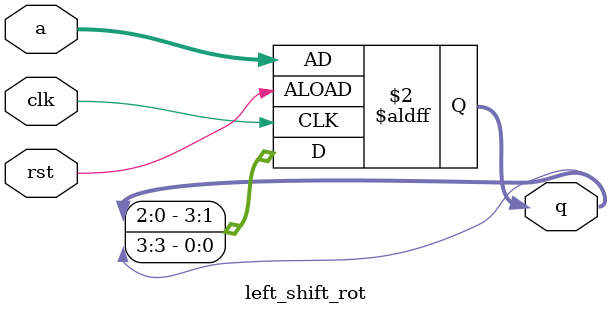
<source format=v>
module left_shift_rot ( 
    input [3:0] a,
    input clk, rst,
    output reg [3:0] q
);
    always @(posedge clk or posedge rst) begin
        if (rst) begin
            q <= a;
        end else begin
            q <= {q[2:0], q[3]};
        end
    end
endmodule
</source>
